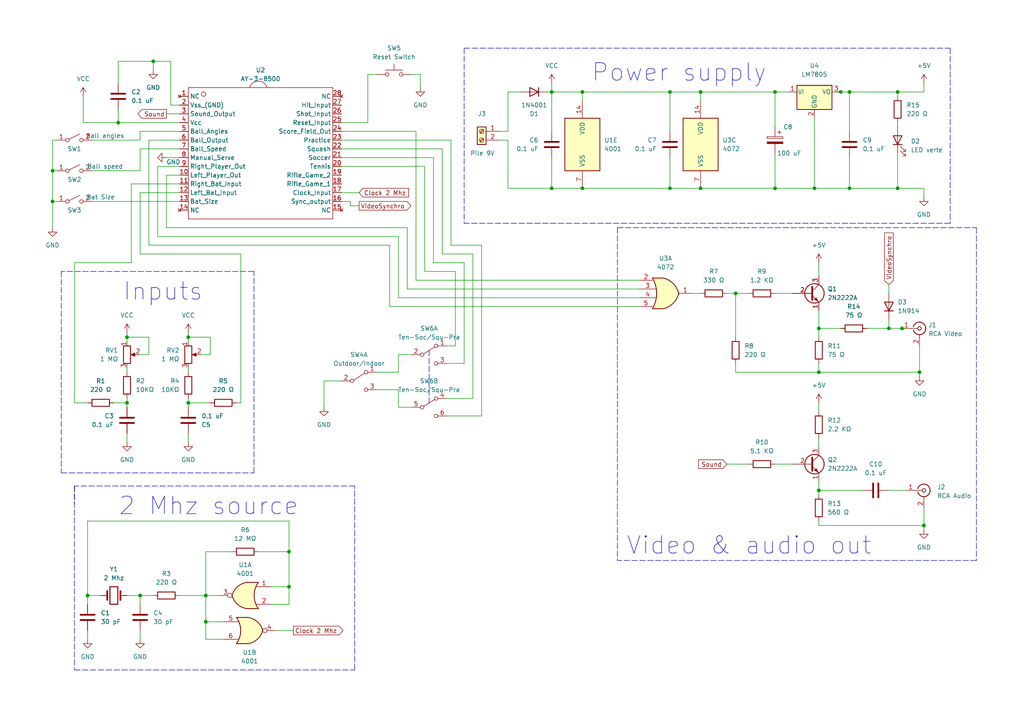
<source format=kicad_sch>
(kicad_sch (version 20211123) (generator eeschema)
  (paper "A4")
  (title_block (title "PONG") (date "2023-09-01") (rev "1"))
  (lib_symbols
    (symbol "4072_1" (pin_names (offset 1.016))
      (property "Reference" "U" (at 0 1.27 0))
      (property "Value" "4072_1" (at 0 -1.27 0))
      (symbol "4072_1_1_1"
        (pin output line (at 7.62 0 180) (length 3.81) (name "~") (number "1"))
        (pin input line (at -7.62 3.81 0) (length 3.81) (name "~") (number "2"))
        (pin input line (at -7.62 1.27 0) (length 4.826) (name "~") (number "3"))
        (pin input line (at -7.62 -1.27 0) (length 4.826) (name "~") (number "4"))
        (pin input line (at -7.62 -3.81 0) (length 3.81) (name "~") (number "5"))
      )
      (symbol "4072_1_1_2"
        (pin output inverted (at 7.62 0 180) (length 3.81) (name "~") (number "1"))
        (pin input inverted (at -7.62 3.81 0) (length 3.81) (name "~") (number "2"))
        (pin input inverted (at -7.62 1.27 0) (length 3.81) (name "~") (number "3"))
        (pin input inverted (at -7.62 -1.27 0) (length 3.81) (name "~") (number "4"))
        (pin input inverted (at -7.62 -3.81 0) (length 3.81) (name "~") (number "5"))
      )
      (symbol "4072_1_2_1"
        (pin input line (at -7.62 1.27 0) (length 4.826) (name "~") (number "10"))
        (pin input line (at -7.62 -1.27 0) (length 4.826) (name "~") (number "11"))
        (pin input line (at -7.62 -3.81 0) (length 3.81) (name "~") (number "12"))
        (pin output line (at 7.62 0 180) (length 3.81) (name "~") (number "13"))
        (pin input line (at -7.62 3.81 0) (length 3.81) (name "~") (number "9"))
      )
      (symbol "4072_1_2_2"
        (pin input inverted (at -7.62 1.27 0) (length 3.81) (name "~") (number "10"))
        (pin input inverted (at -7.62 -1.27 0) (length 3.81) (name "~") (number "11"))
        (pin input inverted (at -7.62 -3.81 0) (length 3.81) (name "~") (number "12"))
        (pin output inverted (at 7.62 0 180) (length 3.81) (name "~") (number "13"))
        (pin input inverted (at -7.62 3.81 0) (length 3.81) (name "~") (number "9"))
      )
      (symbol "4072_1_3_0"
        (pin power_in line (at 0 12.7 270) (length 5.08) (name "VDD") (number "14"))
        (pin power_in line (at 0 -12.7 90) (length 5.08) (name "VSS") (number "7"))
      )
    )
    (symbol "4xxx:4001" (pin_names (offset 1.016))
      (property "Reference" "U" (at 0 1.27 0))
      (property "Value" "4001" (at 0 -1.27 0))
      (symbol "4001_1_1"
        (pin input line (at -7.62 2.54 0) (length 4.318) (name "~") (number "1"))
        (pin input line (at -7.62 -2.54 0) (length 4.318) (name "~") (number "2"))
        (pin output inverted (at 7.62 0 180) (length 3.81) (name "~") (number "3"))
      )
      (symbol "4001_1_2"
        (pin input inverted (at -7.62 2.54 0) (length 3.81) (name "~") (number "1"))
        (pin input inverted (at -7.62 -2.54 0) (length 3.81) (name "~") (number "2"))
        (pin output line (at 7.62 0 180) (length 3.81) (name "~") (number "3"))
      )
      (symbol "4001_2_1"
        (pin output inverted (at 7.62 0 180) (length 3.81) (name "~") (number "4"))
        (pin input line (at -7.62 2.54 0) (length 4.318) (name "~") (number "5"))
        (pin input line (at -7.62 -2.54 0) (length 4.318) (name "~") (number "6"))
      )
      (symbol "4001_2_2"
        (pin output line (at 7.62 0 180) (length 3.81) (name "~") (number "4"))
        (pin input inverted (at -7.62 2.54 0) (length 3.81) (name "~") (number "5"))
        (pin input inverted (at -7.62 -2.54 0) (length 3.81) (name "~") (number "6"))
      )
      (symbol "4001_3_1"
        (pin output inverted (at 7.62 0 180) (length 3.81) (name "~") (number "10"))
        (pin input line (at -7.62 2.54 0) (length 4.318) (name "~") (number "8"))
        (pin input line (at -7.62 -2.54 0) (length 4.318) (name "~") (number "9"))
      )
      (symbol "4001_3_2"
        (pin output line (at 7.62 0 180) (length 3.81) (name "~") (number "10"))
        (pin input inverted (at -7.62 2.54 0) (length 3.81) (name "~") (number "8"))
        (pin input inverted (at -7.62 -2.54 0) (length 3.81) (name "~") (number "9"))
      )
      (symbol "4001_4_1"
        (pin output inverted (at 7.62 0 180) (length 3.81) (name "~") (number "11"))
        (pin input line (at -7.62 2.54 0) (length 4.318) (name "~") (number "12"))
        (pin input line (at -7.62 -2.54 0) (length 4.318) (name "~") (number "13"))
      )
      (symbol "4001_4_2"
        (pin output line (at 7.62 0 180) (length 3.81) (name "~") (number "11"))
        (pin input inverted (at -7.62 2.54 0) (length 3.81) (name "~") (number "12"))
        (pin input inverted (at -7.62 -2.54 0) (length 3.81) (name "~") (number "13"))
      )
      (symbol "4001_5_0"
        (pin power_in line (at 0 12.7 270) (length 5.08) (name "VDD") (number "14"))
        (pin power_in line (at 0 -12.7 90) (length 5.08) (name "VSS") (number "7"))
      )
    )
    (symbol "4xxx:4072" (pin_names (offset 1.016))
      (property "Reference" "U" (at 0 1.27 0))
      (property "Value" "4072" (at 0 -1.27 0))
      (symbol "4072_1_1"
        (pin output line (at 7.62 0 180) (length 3.81) (name "~") (number "1"))
        (pin input line (at -7.62 3.81 0) (length 3.81) (name "~") (number "2"))
        (pin input line (at -7.62 1.27 0) (length 4.826) (name "~") (number "3"))
        (pin input line (at -7.62 -1.27 0) (length 4.826) (name "~") (number "4"))
        (pin input line (at -7.62 -3.81 0) (length 3.81) (name "~") (number "5"))
      )
      (symbol "4072_1_2"
        (pin output inverted (at 7.62 0 180) (length 3.81) (name "~") (number "1"))
        (pin input inverted (at -7.62 3.81 0) (length 3.81) (name "~") (number "2"))
        (pin input inverted (at -7.62 1.27 0) (length 3.81) (name "~") (number "3"))
        (pin input inverted (at -7.62 -1.27 0) (length 3.81) (name "~") (number "4"))
        (pin input inverted (at -7.62 -3.81 0) (length 3.81) (name "~") (number "5"))
      )
      (symbol "4072_2_1"
        (pin input line (at -7.62 1.27 0) (length 4.826) (name "~") (number "10"))
        (pin input line (at -7.62 -1.27 0) (length 4.826) (name "~") (number "11"))
        (pin input line (at -7.62 -3.81 0) (length 3.81) (name "~") (number "12"))
        (pin output line (at 7.62 0 180) (length 3.81) (name "~") (number "13"))
        (pin input line (at -7.62 3.81 0) (length 3.81) (name "~") (number "9"))
      )
      (symbol "4072_2_2"
        (pin input inverted (at -7.62 1.27 0) (length 3.81) (name "~") (number "10"))
        (pin input inverted (at -7.62 -1.27 0) (length 3.81) (name "~") (number "11"))
        (pin input inverted (at -7.62 -3.81 0) (length 3.81) (name "~") (number "12"))
        (pin output inverted (at 7.62 0 180) (length 3.81) (name "~") (number "13"))
        (pin input inverted (at -7.62 3.81 0) (length 3.81) (name "~") (number "9"))
      )
      (symbol "4072_3_0"
        (pin power_in line (at 0 12.7 270) (length 5.08) (name "VDD") (number "14"))
        (pin power_in line (at 0 -12.7 90) (length 5.08) (name "VSS") (number "7"))
      )
    )
    (symbol "Connector:Conn_Coaxial" (pin_names (offset 1.016) hide)
      (property "Reference" "J" (at 0.254 3.048 0))
      (property "Value" "Conn_Coaxial" (at 2.921 0 90))
      (symbol "Conn_Coaxial_1_1"
        (pin passive line (at -5.08 0 0) (length 2.54) (name "In") (number "1"))
        (pin passive line (at 0 -5.08 90) (length 2.54) (name "Ext") (number "2"))
      )
    )
    (symbol "Connector:Screw_Terminal_01x02" (pin_names (offset 1.016) hide)
      (property "Reference" "J" (at 0 2.54 0))
      (property "Value" "Screw_Terminal_01x02" (at 0 -5.08 0))
      (symbol "Screw_Terminal_01x02_1_1"
        (pin passive line (at -5.08 0 0) (length 3.81) (name "Pin_1") (number "1"))
        (pin passive line (at -5.08 -2.54 0) (length 3.81) (name "Pin_2") (number "2"))
      )
    )
    (symbol "Device:C" (pin_numbers hide) (pin_names (offset 0.254))
      (property "Reference" "C" (at 0.635 2.54 0))
      (property "Value" "C" (at 0.635 -2.54 0))
      (symbol "C_1_1"
        (pin passive line (at 0 3.81 270) (length 2.794) (name "~") (number "1"))
        (pin passive line (at 0 -3.81 90) (length 2.794) (name "~") (number "2"))
      )
    )
    (symbol "Device:C_Polarized" (pin_numbers hide) (pin_names (offset 0.254))
      (property "Reference" "C" (at 0.635 2.54 0))
      (property "Value" "C_Polarized" (at 0.635 -2.54 0))
      (symbol "C_Polarized_1_1"
        (pin passive line (at 0 3.81 270) (length 2.794) (name "~") (number "1"))
        (pin passive line (at 0 -3.81 90) (length 2.794) (name "~") (number "2"))
      )
    )
    (symbol "Device:Crystal" (pin_numbers hide) (pin_names (offset 1.016) hide)
      (property "Reference" "Y" (at 0 3.81 0))
      (property "Value" "Crystal" (at 0 -3.81 0))
      (symbol "Crystal_1_1"
        (pin passive line (at -3.81 0 0) (length 1.27) (name "1") (number "1"))
        (pin passive line (at 3.81 0 180) (length 1.27) (name "2") (number "2"))
      )
    )
    (symbol "Device:LED" (pin_numbers hide) (pin_names (offset 1.016) hide)
      (property "Reference" "D" (at 0 2.54 0))
      (property "Value" "LED" (at 0 -2.54 0))
      (symbol "LED_1_1"
        (pin passive line (at -3.81 0 0) (length 2.54) (name "K") (number "1"))
        (pin passive line (at 3.81 0 180) (length 2.54) (name "A") (number "2"))
      )
    )
    (symbol "Device:R" (pin_numbers hide) (pin_names (offset 0))
      (property "Reference" "R" (at 2.032 0 90))
      (property "Value" "R" (at 0 0 90))
      (symbol "R_1_1"
        (pin passive line (at 0 3.81 270) (length 1.27) (name "~") (number "1"))
        (pin passive line (at 0 -3.81 90) (length 1.27) (name "~") (number "2"))
      )
    )
    (symbol "Device:R_Potentiometer" (pin_names (offset 1.016) hide)
      (property "Reference" "RV" (at -4.445 0 90))
      (property "Value" "R_Potentiometer" (at -2.54 0 90))
      (symbol "R_Potentiometer_1_1"
        (pin passive line (at 0 3.81 270) (length 1.27) (name "1") (number "1"))
        (pin passive line (at 3.81 0 180) (length 1.27) (name "2") (number "2"))
        (pin passive line (at 0 -3.81 90) (length 1.27) (name "3") (number "3"))
      )
    )
    (symbol "Diode:1N4001" (pin_numbers hide) (pin_names (offset 1.016) hide)
      (property "Reference" "D" (at 0 2.54 0))
      (property "Value" "1N4001" (at 0 -2.54 0))
      (symbol "1N4001_1_1"
        (pin passive line (at -3.81 0 0) (length 2.54) (name "K") (number "1"))
        (pin passive line (at 3.81 0 180) (length 2.54) (name "A") (number "2"))
      )
    )
    (symbol "Diode:1N914" (pin_numbers hide) (pin_names (offset 1.016) hide)
      (property "Reference" "D" (at 0 2.54 0))
      (property "Value" "1N914" (at 0 -2.54 0))
      (symbol "1N914_1_1"
        (pin passive line (at -3.81 0 0) (length 2.54) (name "K") (number "1"))
        (pin passive line (at 3.81 0 180) (length 2.54) (name "A") (number "2"))
      )
    )
    (symbol "Pong:AY-3-8500"
      (property "Reference" "U" (at 0 0 0))
      (property "Value" "AY-3-8500" (at 2.54 -2.54 0))
      (symbol "AY-3-8500_1_1"
        (pin no_connect line (at -22.86 13.97 0) (length 2.54) (name "NC") (number "1"))
        (pin output line (at -22.86 -8.89 0) (length 2.54) (name "Left_Player_Out") (number "10"))
        (pin input line (at -22.86 -11.43 0) (length 2.54) (name "Right_Bat_Input") (number "11"))
        (pin input line (at -22.86 -13.97 0) (length 2.54) (name "Left_Bat_Input") (number "12"))
        (pin input line (at -22.86 -16.51 0) (length 2.54) (name "Bat_Size") (number "13"))
        (pin no_connect line (at -22.86 -19.05 0) (length 2.54) (name "NC") (number "14"))
        (pin no_connect line (at 24.13 -19.05 180) (length 2.54) (name "NC") (number "15"))
        (pin output line (at 24.13 -16.51 180) (length 2.54) (name "Sync_output") (number "16"))
        (pin input line (at 24.13 -13.97 180) (length 2.54) (name "Clock_Input") (number "17"))
        (pin input line (at 24.13 -11.43 180) (length 2.54) (name "Rifle_Game_1") (number "18"))
        (pin input line (at 24.13 -8.89 180) (length 2.54) (name "Rifle_Game_2") (number "19"))
        (pin power_out line (at -22.86 11.43 0) (length 2.54) (name "Vss_(GND)") (number "2"))
        (pin input line (at 24.13 -6.35 180) (length 2.54) (name "Tennis") (number "20"))
        (pin input line (at 24.13 -3.81 180) (length 2.54) (name "Soccer") (number "21"))
        (pin input line (at 24.13 -1.27 180) (length 2.54) (name "Squash") (number "22"))
        (pin input line (at 24.13 1.27 180) (length 2.54) (name "Practice") (number "23"))
        (pin output line (at 24.13 3.81 180) (length 2.54) (name "Score_Field_Out") (number "24"))
        (pin input line (at 24.13 6.35 180) (length 2.54) (name "Reset_Input") (number "25"))
        (pin input line (at 24.13 8.89 180) (length 2.54) (name "Shot_Input") (number "26"))
        (pin input line (at 24.13 11.43 180) (length 2.54) (name "Hit_Input") (number "27"))
        (pin no_connect line (at 24.13 13.97 180) (length 2.54) (name "NC") (number "28"))
        (pin output line (at -22.86 8.89 0) (length 2.54) (name "Sound_Output") (number "3"))
        (pin power_in line (at -22.86 6.35 0) (length 2.54) (name "Vcc") (number "4"))
        (pin input line (at -22.86 3.81 0) (length 2.54) (name "Ball_Angles") (number "5"))
        (pin output line (at -22.86 1.27 0) (length 2.54) (name "Ball_Output") (number "6"))
        (pin input line (at -22.86 -1.27 0) (length 2.54) (name "Ball_Speed") (number "7"))
        (pin input line (at -22.86 -3.81 0) (length 2.54) (name "Manual_Serve") (number "8"))
        (pin output line (at -22.86 -6.35 0) (length 2.54) (name "Right_Player_Out") (number "9"))
      )
    )
    (symbol "Regulator_Linear:LM7805_TO220" (pin_names (offset 0.254))
      (property "Reference" "U" (at -3.81 3.175 0))
      (property "Value" "LM7805_TO220" (at 0 3.175 0))
      (symbol "LM7805_TO220_1_1"
        (pin power_in line (at -7.62 0 0) (length 2.54) (name "VI") (number "1"))
        (pin power_in line (at 0 -7.62 90) (length 2.54) (name "GND") (number "2"))
        (pin power_out line (at 7.62 0 180) (length 2.54) (name "VO") (number "3"))
      )
    )
    (symbol "Switch:SW_DPDT_x2" (pin_names (offset 0) hide)
      (property "Reference" "SW" (at 0 4.318 0))
      (property "Value" "SW_DPDT_x2" (at 0 -5.08 0))
      (symbol "SW_DPDT_x2_1_1"
        (pin passive line (at 5.08 2.54 180) (length 2.54) (name "A") (number "1"))
        (pin passive line (at -5.08 0 0) (length 2.54) (name "B") (number "2"))
        (pin passive line (at 5.08 -2.54 180) (length 2.54) (name "C") (number "3"))
      )
      (symbol "SW_DPDT_x2_2_1"
        (pin passive line (at 5.08 2.54 180) (length 2.54) (name "A") (number "4"))
        (pin passive line (at -5.08 0 0) (length 2.54) (name "B") (number "5"))
        (pin passive line (at 5.08 -2.54 180) (length 2.54) (name "C") (number "6"))
      )
    )
    (symbol "Switch:SW_Push" (pin_numbers hide) (pin_names (offset 1.016) hide)
      (property "Reference" "SW" (at 1.27 2.54 0))
      (property "Value" "SW_Push" (at 0 -1.524 0))
      (symbol "SW_Push_0_1"
        (pin passive line (at -5.08 0 0) (length 2.54) (name "1") (number "1"))
        (pin passive line (at 5.08 0 180) (length 2.54) (name "2") (number "2"))
      )
    )
    (symbol "Switch:SW_SPST" (pin_names (offset 0) hide)
      (property "Reference" "SW" (at 0 3.175 0))
      (property "Value" "SW_SPST" (at 0 -2.54 0))
      (symbol "SW_SPST_1_1"
        (pin passive line (at -5.08 0 0) (length 2.54) (name "A") (number "1"))
        (pin passive line (at 5.08 0 180) (length 2.54) (name "B") (number "2"))
      )
    )
    (symbol "Transistor_BJT:2N3904" (pin_names (offset 0) hide)
      (property "Reference" "Q" (at 5.08 1.905 0))
      (property "Value" "2N3904" (at 5.08 0 0))
      (symbol "2N3904_1_1"
        (pin passive line (at 2.54 -5.08 90) (length 2.54) (name "E") (number "1"))
        (pin passive line (at -5.08 0 0) (length 5.715) (name "B") (number "2"))
        (pin passive line (at 2.54 5.08 270) (length 2.54) (name "C") (number "3"))
      )
    )
    (symbol "power:+5V" (power) (pin_names (offset 0))
      (property "Value" "+5V" (at 0 3.556 0))
      (symbol "+5V_1_1"
        (pin power_in line (at 0 0 90) (length 0) hide (name "+5V") (number "1"))
      )
    )
    (symbol "power:GND" (power) (pin_names (offset 0))
      (property "Value" "GND" (at 0 -3.81 0))
      (symbol "GND_1_1"
        (pin power_in line (at 0 0 270) (length 0) hide (name "GND") (number "1"))
      )
    )
    (symbol "power:VCC" (power) (pin_names (offset 0))
      (property "Value" "VCC" (at 0 3.81 0))
      (symbol "VCC_1_1"
        (pin power_in line (at 0 0 90) (length 0) hide (name "VCC") (number "1"))
      )
    )
  )
  (junction (at 44.45 17.78))
  (junction (at 194.31 54.61))
  (junction (at 246.38 54.61))
  (junction (at 160.02 26.67))
  (junction (at 15.24 58.42))
  (junction (at 25.4 172.72))
  (junction (at 267.97 152.4))
  (junction (at 83.82 160.02))
  (junction (at 224.79 54.61))
  (junction (at 34.29 35.56))
  (junction (at 237.49 107.95))
  (junction (at 260.35 26.67))
  (junction (at 59.69 180.34))
  (junction (at 243.84 26.67))
  (junction (at 266.7 107.95))
  (junction (at 224.79 26.67))
  (junction (at 54.61 116.84))
  (junction (at 257.81 95.25))
  (junction (at 160.02 54.61))
  (junction (at 260.35 54.61))
  (junction (at 168.91 54.61))
  (junction (at 203.2 54.61))
  (junction (at 213.36 85.09))
  (junction (at 54.61 97.79))
  (junction (at 261.62 95.25))
  (junction (at 40.64 172.72))
  (junction (at 236.22 54.61))
  (junction (at 168.91 26.67))
  (junction (at 15.24 49.53))
  (junction (at 59.69 172.72))
  (junction (at 83.82 170.18))
  (junction (at 194.31 26.67))
  (junction (at 246.38 26.67))
  (junction (at 36.83 116.84))
  (junction (at 237.49 95.25))
  (junction (at 203.2 26.67))
  (junction (at 237.49 142.24))
  (junction (at 36.83 97.79))
  (wire (pts (xy 59.69 185.42) (xy 64.77 185.42)))
  (wire (pts (xy 40.64 175.26) (xy 40.64 172.72)))
  (wire (pts (xy 59.69 160.02) (xy 59.69 172.72)))
  (wire (pts (xy 236.22 34.29) (xy 236.22 54.61)))
  (wire (pts (xy 40.64 182.88) (xy 40.64 185.42)))
  (wire (pts (xy 59.69 180.34) (xy 64.77 180.34)))
  (wire (pts (xy 224.79 85.09) (xy 229.87 85.09)))
  (wire (pts (xy 185.42 81.28) (xy 120.65 81.28)))
  (polyline (pts (xy 179.07 66.04) (xy 179.07 162.56)))
  (wire (pts (xy 54.61 116.84) (xy 60.96 116.84)))
  (polyline (pts (xy 17.78 137.16) (xy 73.66 137.16)))
  (wire (pts (xy 123.19 48.26) (xy 99.06 48.26)))
  (wire (pts (xy 106.68 21.59) (xy 106.68 35.56)))
  (wire (pts (xy 246.38 26.67) (xy 260.35 26.67)))
  (wire (pts (xy 237.49 142.24) (xy 237.49 143.51)))
  (wire (pts (xy 59.69 172.72) (xy 59.69 180.34)))
  (wire (pts (xy 44.45 17.78) (xy 49.53 17.78)))
  (polyline (pts (xy 134.62 13.97) (xy 134.62 64.77)))
  (polyline (pts (xy 21.59 140.97) (xy 21.59 194.31)))
  (wire (pts (xy 243.84 95.25) (xy 237.49 95.25)))
  (wire (pts (xy 115.57 118.11) (xy 119.38 118.11)))
  (wire (pts (xy 185.42 83.82) (xy 118.11 83.82)))
  (wire (pts (xy 78.74 170.18) (xy 83.82 170.18)))
  (wire (pts (xy 237.49 76.2) (xy 237.49 80.01)))
  (wire (pts (xy 93.98 110.49) (xy 93.98 118.11)))
  (wire (pts (xy 48.26 45.72) (xy 52.07 45.72)))
  (polyline (pts (xy 21.59 140.97) (xy 21.59 146.05)))
  (wire (pts (xy 115.57 68.58) (xy 115.57 86.36)))
  (wire (pts (xy 168.91 26.67) (xy 194.31 26.67)))
  (polyline (pts (xy 283.21 162.56) (xy 179.07 162.56)))
  (wire (pts (xy 74.93 160.02) (xy 83.82 160.02)))
  (wire (pts (xy 40.64 172.72) (xy 36.83 172.72)))
  (wire (pts (xy 36.83 96.52) (xy 36.83 97.79)))
  (polyline (pts (xy 179.07 66.04) (xy 283.21 66.04)))
  (wire (pts (xy 213.36 105.41) (xy 213.36 107.95)))
  (wire (pts (xy 40.64 73.66) (xy 69.85 73.66)))
  (wire (pts (xy 168.91 54.61) (xy 194.31 54.61)))
  (wire (pts (xy 54.61 97.79) (xy 54.61 99.06)))
  (wire (pts (xy 121.92 21.59) (xy 119.38 21.59)))
  (wire (pts (xy 52.07 43.18) (xy 40.64 43.18)))
  (wire (pts (xy 52.07 48.26) (xy 45.72 48.26)))
  (wire (pts (xy 160.02 24.13) (xy 160.02 26.67)))
  (wire (pts (xy 115.57 107.95) (xy 109.22 107.95)))
  (wire (pts (xy 224.79 26.67) (xy 224.79 36.83)))
  (wire (pts (xy 99.06 110.49) (xy 93.98 110.49)))
  (wire (pts (xy 160.02 45.72) (xy 160.02 54.61)))
  (wire (pts (xy 43.18 40.64) (xy 52.07 40.64)))
  (wire (pts (xy 266.7 100.33) (xy 266.7 107.95)))
  (wire (pts (xy 121.92 25.4) (xy 121.92 21.59)))
  (wire (pts (xy 128.27 43.18) (xy 99.06 43.18)))
  (wire (pts (xy 83.82 160.02) (xy 83.82 151.13)))
  (polyline (pts (xy 275.59 64.77) (xy 134.62 64.77)))
  (wire (pts (xy 40.64 102.87) (xy 43.18 102.87)))
  (wire (pts (xy 200.66 85.09) (xy 203.2 85.09)))
  (wire (pts (xy 237.49 116.84) (xy 237.49 119.38)))
  (wire (pts (xy 203.2 26.67) (xy 224.79 26.67)))
  (polyline (pts (xy 102.87 140.97) (xy 21.59 140.97)))
  (wire (pts (xy 120.65 38.1) (xy 99.06 38.1)))
  (wire (pts (xy 260.35 44.45) (xy 260.35 54.61)))
  (wire (pts (xy 52.07 38.1) (xy 40.64 38.1)))
  (wire (pts (xy 266.7 109.22) (xy 266.7 107.95)))
  (wire (pts (xy 83.82 170.18) (xy 83.82 160.02)))
  (wire (pts (xy 40.64 172.72) (xy 44.45 172.72)))
  (wire (pts (xy 123.19 78.74) (xy 123.19 48.26)))
  (wire (pts (xy 36.83 125.73) (xy 36.83 128.27)))
  (wire (pts (xy 224.79 26.67) (xy 228.6 26.67)))
  (wire (pts (xy 194.31 54.61) (xy 203.2 54.61)))
  (wire (pts (xy 54.61 96.52) (xy 54.61 97.79)))
  (wire (pts (xy 54.61 116.84) (xy 54.61 118.11)))
  (wire (pts (xy 59.69 180.34) (xy 59.69 185.42)))
  (wire (pts (xy 115.57 86.36) (xy 185.42 86.36)))
  (wire (pts (xy 36.83 115.57) (xy 36.83 116.84)))
  (wire (pts (xy 160.02 26.67) (xy 168.91 26.67)))
  (wire (pts (xy 36.83 116.84) (xy 36.83 118.11)))
  (wire (pts (xy 236.22 54.61) (xy 246.38 54.61)))
  (polyline (pts (xy 73.66 78.74) (xy 17.78 78.74)))
  (wire (pts (xy 33.02 116.84) (xy 36.83 116.84)))
  (wire (pts (xy 69.85 73.66) (xy 69.85 116.84)))
  (wire (pts (xy 246.38 45.72) (xy 246.38 54.61)))
  (wire (pts (xy 99.06 35.56) (xy 106.68 35.56)))
  (wire (pts (xy 237.49 95.25) (xy 237.49 97.79)))
  (wire (pts (xy 101.6 59.69) (xy 104.14 59.69)))
  (wire (pts (xy 119.38 102.87) (xy 115.57 102.87)))
  (polyline (pts (xy 275.59 13.97) (xy 275.59 64.77)))
  (wire (pts (xy 113.03 88.9) (xy 113.03 71.12)))
  (wire (pts (xy 109.22 21.59) (xy 106.68 21.59)))
  (wire (pts (xy 137.16 115.57) (xy 137.16 73.66)))
  (wire (pts (xy 160.02 26.67) (xy 160.02 38.1)))
  (wire (pts (xy 129.54 115.57) (xy 137.16 115.57)))
  (wire (pts (xy 99.06 40.64) (xy 130.81 40.64)))
  (wire (pts (xy 243.84 26.67) (xy 246.38 26.67)))
  (wire (pts (xy 137.16 73.66) (xy 128.27 73.66)))
  (wire (pts (xy 246.38 54.61) (xy 260.35 54.61)))
  (wire (pts (xy 34.29 31.75) (xy 34.29 35.56)))
  (wire (pts (xy 34.29 17.78) (xy 44.45 17.78)))
  (wire (pts (xy 267.97 153.67) (xy 267.97 152.4)))
  (wire (pts (xy 34.29 24.13) (xy 34.29 17.78)))
  (wire (pts (xy 43.18 102.87) (xy 43.18 97.79)))
  (wire (pts (xy 125.73 45.72) (xy 125.73 76.2)))
  (polyline (pts (xy 124.46 101.6) (xy 124.46 116.84)))
  (wire (pts (xy 29.21 172.72) (xy 25.4 172.72)))
  (wire (pts (xy 260.35 35.56) (xy 260.35 36.83)))
  (wire (pts (xy 115.57 102.87) (xy 115.57 107.95)))
  (wire (pts (xy 15.24 40.64) (xy 15.24 49.53)))
  (wire (pts (xy 59.69 172.72) (xy 63.5 172.72)))
  (wire (pts (xy 83.82 151.13) (xy 25.4 151.13)))
  (wire (pts (xy 134.62 76.2) (xy 134.62 105.41)))
  (wire (pts (xy 147.32 40.64) (xy 147.32 54.61)))
  (wire (pts (xy 52.07 35.56) (xy 34.29 35.56)))
  (wire (pts (xy 25.4 172.72) (xy 25.4 175.26)))
  (wire (pts (xy 160.02 54.61) (xy 168.91 54.61)))
  (wire (pts (xy 15.24 49.53) (xy 16.51 49.53)))
  (wire (pts (xy 99.06 45.72) (xy 125.73 45.72)))
  (wire (pts (xy 130.81 71.12) (xy 139.7 71.12)))
  (wire (pts (xy 21.59 76.2) (xy 21.59 116.84)))
  (wire (pts (xy 213.36 85.09) (xy 213.36 97.79)))
  (wire (pts (xy 267.97 147.32) (xy 267.97 152.4)))
  (wire (pts (xy 15.24 58.42) (xy 15.24 66.04)))
  (wire (pts (xy 250.19 142.24) (xy 237.49 142.24)))
  (wire (pts (xy 237.49 95.25) (xy 237.49 90.17)))
  (wire (pts (xy 144.78 38.1) (xy 147.32 38.1)))
  (wire (pts (xy 99.06 55.88) (xy 104.14 55.88)))
  (wire (pts (xy 237.49 152.4) (xy 237.49 151.13)))
  (wire (pts (xy 52.07 53.34) (xy 38.1 53.34)))
  (wire (pts (xy 40.64 40.64) (xy 26.67 40.64)))
  (polyline (pts (xy 17.78 78.74) (xy 17.78 137.16)))
  (polyline (pts (xy 134.62 13.97) (xy 275.59 13.97)))
  (wire (pts (xy 260.35 54.61) (xy 267.97 54.61)))
  (wire (pts (xy 67.31 160.02) (xy 59.69 160.02)))
  (wire (pts (xy 83.82 175.26) (xy 83.82 170.18)))
  (wire (pts (xy 261.62 95.25) (xy 262.89 95.25)))
  (wire (pts (xy 34.29 35.56) (xy 24.13 35.56)))
  (polyline (pts (xy 21.59 194.31) (xy 102.87 194.31)))
  (wire (pts (xy 194.31 26.67) (xy 194.31 38.1)))
  (wire (pts (xy 60.96 102.87) (xy 60.96 97.79)))
  (polyline (pts (xy 283.21 66.04) (xy 283.21 162.56)))
  (wire (pts (xy 80.01 182.88) (xy 85.09 182.88)))
  (wire (pts (xy 45.72 68.58) (xy 115.57 68.58)))
  (wire (pts (xy 185.42 88.9) (xy 113.03 88.9)))
  (wire (pts (xy 267.97 152.4) (xy 237.49 152.4)))
  (wire (pts (xy 54.61 97.79) (xy 60.96 97.79)))
  (wire (pts (xy 224.79 54.61) (xy 236.22 54.61)))
  (wire (pts (xy 54.61 106.68) (xy 54.61 107.95)))
  (wire (pts (xy 48.26 50.8) (xy 52.07 50.8)))
  (wire (pts (xy 40.64 49.53) (xy 26.67 49.53)))
  (wire (pts (xy 210.82 85.09) (xy 213.36 85.09)))
  (wire (pts (xy 267.97 54.61) (xy 267.97 57.15)))
  (wire (pts (xy 139.7 71.12) (xy 139.7 120.65)))
  (wire (pts (xy 257.81 142.24) (xy 262.89 142.24)))
  (wire (pts (xy 257.81 82.55) (xy 257.81 85.09)))
  (wire (pts (xy 52.07 55.88) (xy 40.64 55.88)))
  (wire (pts (xy 36.83 97.79) (xy 43.18 97.79)))
  (wire (pts (xy 260.35 26.67) (xy 267.97 26.67)))
  (wire (pts (xy 48.26 33.02) (xy 52.07 33.02)))
  (wire (pts (xy 115.57 113.03) (xy 115.57 118.11)))
  (wire (pts (xy 24.13 27.94) (xy 24.13 35.56)))
  (wire (pts (xy 25.4 116.84) (xy 21.59 116.84)))
  (wire (pts (xy 139.7 120.65) (xy 129.54 120.65)))
  (wire (pts (xy 49.53 30.48) (xy 52.07 30.48)))
  (wire (pts (xy 266.7 107.95) (xy 237.49 107.95)))
  (wire (pts (xy 251.46 95.25) (xy 257.81 95.25)))
  (wire (pts (xy 224.79 134.62) (xy 229.87 134.62)))
  (wire (pts (xy 36.83 106.68) (xy 36.83 107.95)))
  (wire (pts (xy 213.36 107.95) (xy 237.49 107.95)))
  (wire (pts (xy 48.26 66.04) (xy 48.26 50.8)))
  (wire (pts (xy 52.07 172.72) (xy 59.69 172.72)))
  (wire (pts (xy 54.61 115.57) (xy 54.61 116.84)))
  (wire (pts (xy 246.38 26.67) (xy 246.38 38.1)))
  (wire (pts (xy 36.83 97.79) (xy 36.83 99.06)))
  (wire (pts (xy 16.51 40.64) (xy 15.24 40.64)))
  (wire (pts (xy 128.27 73.66) (xy 128.27 43.18)))
  (wire (pts (xy 168.91 26.67) (xy 168.91 29.21)))
  (wire (pts (xy 99.06 58.42) (xy 101.6 58.42)))
  (wire (pts (xy 101.6 58.42) (xy 101.6 59.69)))
  (wire (pts (xy 194.31 45.72) (xy 194.31 54.61)))
  (wire (pts (xy 144.78 40.64) (xy 147.32 40.64)))
  (wire (pts (xy 40.64 55.88) (xy 40.64 73.66)))
  (wire (pts (xy 203.2 54.61) (xy 224.79 54.61)))
  (wire (pts (xy 134.62 105.41) (xy 129.54 105.41)))
  (wire (pts (xy 54.61 125.73) (xy 54.61 128.27)))
  (wire (pts (xy 68.58 116.84) (xy 69.85 116.84)))
  (wire (pts (xy 15.24 58.42) (xy 16.51 58.42)))
  (wire (pts (xy 267.97 26.67) (xy 267.97 24.13)))
  (wire (pts (xy 260.35 26.67) (xy 260.35 27.94)))
  (wire (pts (xy 40.64 43.18) (xy 40.64 49.53)))
  (wire (pts (xy 118.11 66.04) (xy 48.26 66.04)))
  (wire (pts (xy 147.32 38.1) (xy 147.32 26.67)))
  (wire (pts (xy 237.49 107.95) (xy 237.49 105.41)))
  (wire (pts (xy 38.1 76.2) (xy 21.59 76.2)))
  (wire (pts (xy 224.79 44.45) (xy 224.79 54.61)))
  (wire (pts (xy 125.73 76.2) (xy 134.62 76.2)))
  (wire (pts (xy 213.36 85.09) (xy 217.17 85.09)))
  (wire (pts (xy 132.08 100.33) (xy 132.08 78.74)))
  (wire (pts (xy 210.82 134.62) (xy 217.17 134.62)))
  (wire (pts (xy 147.32 26.67) (xy 151.13 26.67)))
  (wire (pts (xy 109.22 113.03) (xy 115.57 113.03)))
  (wire (pts (xy 44.45 17.78) (xy 44.45 20.32)))
  (wire (pts (xy 237.49 139.7) (xy 237.49 142.24)))
  (wire (pts (xy 242.57 26.67) (xy 243.84 26.67)))
  (wire (pts (xy 45.72 48.26) (xy 45.72 68.58)))
  (wire (pts (xy 203.2 26.67) (xy 203.2 29.21)))
  (wire (pts (xy 52.07 58.42) (xy 26.67 58.42)))
  (wire (pts (xy 43.18 71.12) (xy 43.18 40.64)))
  (wire (pts (xy 78.74 175.26) (xy 83.82 175.26)))
  (wire (pts (xy 120.65 38.1) (xy 120.65 81.28)))
  (wire (pts (xy 25.4 151.13) (xy 25.4 172.72)))
  (wire (pts (xy 194.31 26.67) (xy 203.2 26.67)))
  (wire (pts (xy 130.81 40.64) (xy 130.81 71.12)))
  (wire (pts (xy 40.64 38.1) (xy 40.64 40.64)))
  (wire (pts (xy 113.03 71.12) (xy 43.18 71.12)))
  (wire (pts (xy 25.4 182.88) (xy 25.4 185.42)))
  (wire (pts (xy 237.49 127) (xy 237.49 129.54)))
  (wire (pts (xy 147.32 54.61) (xy 160.02 54.61)))
  (wire (pts (xy 58.42 102.87) (xy 60.96 102.87)))
  (wire (pts (xy 132.08 78.74) (xy 123.19 78.74)))
  (polyline (pts (xy 73.66 137.16) (xy 73.66 78.74)))
  (wire (pts (xy 129.54 100.33) (xy 132.08 100.33)))
  (wire (pts (xy 49.53 17.78) (xy 49.53 30.48)))
  (wire (pts (xy 118.11 83.82) (xy 118.11 66.04)))
  (wire (pts (xy 257.81 92.71) (xy 257.81 95.25)))
  (wire (pts (xy 15.24 49.53) (xy 15.24 58.42)))
  (wire (pts (xy 38.1 53.34) (xy 38.1 76.2)))
  (wire (pts (xy 158.75 26.67) (xy 160.02 26.67)))
  (wire (pts (xy 257.81 95.25) (xy 261.62 95.25)))
  (polyline (pts (xy 102.87 194.31) (xy 102.87 140.97)))
  (text "Video & audio out" (at 181.61 161.29 0) (effects (font (size 5.08 5.08)) (justify left bottom)))
  (text "Power supply" (at 171.45 24.13 0) (effects (font (size 5.08 5.08)) (justify left bottom)))
  (text "Inputs" (at 35.56 87.63 0) (effects (font (size 5.08 5.08)) (justify left bottom)))
  (text "2 Mhz source" (at 34.29 149.86 0) (effects (font (size 5.08 5.08)) (justify left bottom)))
  (global_label "Clock 2 Mhz" (shape input) (at 104.14 55.88 0) (property "Références Inter-Feuilles" "${INTERSHEET_REFS}" (effects hide)))
  (global_label "Sound" (shape input) (at 210.82 134.62 180) (property "Références Inter-Feuilles" "${INTERSHEET_REFS}" (effects hide)))
  (global_label "Clock 2 Mhz" (shape output) (at 85.09 182.88 0) (property "Références Inter-Feuilles" "${INTERSHEET_REFS}" (effects hide)))
  (global_label "Sound" (shape output) (at 48.26 33.02 180) (property "Références Inter-Feuilles" "${INTERSHEET_REFS}" (effects hide)))
  (global_label "VideoSynchro" (shape output) (at 104.14 59.69 0) (property "Références Inter-Feuilles" "${INTERSHEET_REFS}" (effects hide)))
  (global_label "VideoSynchro" (shape input) (at 257.81 82.55 90) (property "Références Inter-Feuilles" "${INTERSHEET_REFS}" (effects hide)))
  (symbol (lib_id "Device:R_Potentiometer") (at 36.83 102.87 0) (unit 1)
    (property "Reference" "RV1" (at 34.29 101.5999 0) (effects (justify right)))
    (property "Value" "1 MΩ" (at 34.29 104.1399 0) (effects (justify right)))
    (property "Footprint" "TerminalBlock_Phoenix:TerminalBlock_Phoenix_MKDS-1,5-3-5.08_1x03_P5.08mm_Horizontal" (effects hide))
  )
  (symbol (lib_id "power:GND") (at 266.7 109.22 0) (unit 1)
    (property "Reference" "#PWR020" (effects hide))
    (property "Value" "GND" (at 266.7 114.3 0))
  )
  (symbol (lib_id "Device:R") (at 237.49 123.19 0) (unit 1)
    (property "Reference" "R12" (at 240.03 121.9199 0) (effects (justify left)))
    (property "Value" "2.2 KΩ" (at 240.03 124.4599 0) (effects (justify left)))
    (property "Footprint" "Resistor_THT:R_Axial_DIN0207_L6.3mm_D2.5mm_P7.62mm_Horizontal" (effects hide))
  )
  (symbol (lib_id "power:GND") (at 93.98 118.11 0) (unit 1)
    (property "Reference" "#PWR011" (effects hide))
    (property "Value" "GND" (at 93.98 123.19 0))
  )
  (symbol (lib_id "4xxx:4001") (at 72.39 182.88 0) (unit 2)
    (property "Reference" "U1" (at 72.39 189.23 0))
    (property "Value" "4001" (at 72.39 191.77 0))
    (property "Footprint" "Package_DIP:DIP-14_W7.62mm_Socket_LongPads" (effects hide))
    (property "Datasheet" "http://www.intersil.com/content/dam/Intersil/documents/cd40/cd4000bms-01bms-02bms-25bms.pdf" (effects hide))
  )
  (symbol (lib_id "Diode:1N4001") (at 154.94 26.67 180) (unit 1)
    (property "Reference" "D1" (at 154.94 33.02 0))
    (property "Value" "1N4001" (at 154.94 30.48 0))
    (property "Footprint" "Diode_THT:D_DO-41_SOD81_P7.62mm_Horizontal" (effects hide))
    (property "Datasheet" "http://www.vishay.com/docs/88503/1n4001.pdf" (effects hide))
  )
  (symbol (lib_id "Device:R") (at 260.35 31.75 0) (unit 1)
    (property "Reference" "R15" (at 262.89 30.4799 0) (effects (justify left)))
    (property "Value" "220 Ω" (at 262.89 33.0199 0) (effects (justify left)))
    (property "Footprint" "Resistor_THT:R_Axial_DIN0207_L6.3mm_D2.5mm_P7.62mm_Horizontal" (effects hide))
  )
  (symbol (lib_id "Device:R") (at 220.98 134.62 270) (unit 1)
    (property "Reference" "R10" (at 220.98 128.27 90))
    (property "Value" "5.1 KΩ" (at 220.98 130.81 90))
    (property "Footprint" "Resistor_THT:R_Axial_DIN0207_L6.3mm_D2.5mm_P7.62mm_Horizontal" (effects hide))
  )
  (symbol (lib_id "Device:C") (at 40.64 179.07 0) (unit 1)
    (property "Reference" "C4" (at 44.45 177.7999 0) (effects (justify left)))
    (property "Value" "30 pF" (at 44.45 180.3399 0) (effects (justify left)))
    (property "Footprint" "Capacitor_THT:C_Disc_D3.4mm_W2.1mm_P2.50mm" (effects hide))
  )
  (symbol (lib_name "4072_1") (lib_id "4xxx:4072") (at 193.04 85.09 0) (unit 1)
    (property "Reference" "U3" (at 193.04 74.93 0))
    (property "Value" "4072" (at 193.04 77.47 0))
    (property "Footprint" "Package_DIP:DIP-14_W7.62mm_Socket_LongPads" (effects hide))
    (property "Datasheet" "http://www.intersil.com/content/dam/Intersil/documents/cd40/cd4071bms-72bms-75bms.pdf" (effects hide))
  )
  (symbol (lib_id "power:+5V") (at 237.49 76.2 0) (unit 1)
    (property "Reference" "#PWR016" (effects hide))
    (property "Value" "+5V" (at 237.49 71.12 0))
  )
  (symbol (lib_id "Device:C") (at 25.4 179.07 0) (unit 1)
    (property "Reference" "C1" (at 29.21 177.7999 0) (effects (justify left)))
    (property "Value" "30 pF" (at 29.21 180.3399 0) (effects (justify left)))
    (property "Footprint" "Capacitor_THT:C_Disc_D3.4mm_W2.1mm_P2.50mm" (effects hide))
  )
  (symbol (lib_id "Device:C_Polarized") (at 224.79 40.64 0) (mirror y) (unit 1)
    (property "Reference" "C8" (at 229.87 36.83 0) (effects (justify left)))
    (property "Value" "100 uF" (at 232.41 44.45 0) (effects (justify left)))
    (property "Footprint" "Capacitor_THT:CP_Radial_D6.3mm_P2.50mm" (effects hide))
  )
  (symbol (lib_id "Device:R_Potentiometer") (at 54.61 102.87 0) (unit 1)
    (property "Reference" "RV2" (at 52.07 101.5999 0) (effects (justify right)))
    (property "Value" "1 MΩ" (at 52.07 104.1399 0) (effects (justify right)))
    (property "Footprint" "TerminalBlock_Phoenix:TerminalBlock_Phoenix_MKDS-1,5-3-5.08_1x03_P5.08mm_Horizontal" (effects hide))
  )
  (symbol (lib_id "Switch:SW_SPST") (at 21.59 40.64 0) (unit 1)
    (property "Reference" "SW1" (at 21.59 43.18 0))
    (property "Value" "Ball angles" (at 30.48 39.37 0))
    (property "Footprint" "Button_Switch_THT:SW_E-Switch_EG1271_DPDT" (effects hide))
  )
  (symbol (lib_id "power:GND") (at 121.92 25.4 0) (unit 1)
    (property "Reference" "#PWR012" (effects hide))
    (property "Value" "GND" (at 121.92 30.48 0))
  )
  (symbol (lib_id "Diode:1N914") (at 257.81 88.9 90) (unit 1)
    (property "Reference" "D3" (at 260.35 87.6299 90) (effects (justify right)))
    (property "Value" "1N914" (at 260.35 90.1699 90) (effects (justify right)))
    (property "Footprint" "Diode_THT:D_DO-35_SOD27_P7.62mm_Horizontal" (effects hide))
    (property "Datasheet" "http://www.vishay.com/docs/85622/1n914.pdf" (effects hide))
  )
  (symbol (lib_id "power:VCC") (at 54.61 96.52 0) (unit 1)
    (property "Reference" "#PWR09" (effects hide))
    (property "Value" "VCC" (at 54.61 91.44 0))
  )
  (symbol (lib_id "Device:C") (at 194.31 41.91 0) (mirror x) (unit 1)
    (property "Reference" "C7" (at 190.5 40.6399 0) (effects (justify right)))
    (property "Value" "0.1 uF" (at 190.5 43.1799 0) (effects (justify right)))
    (property "Footprint" "Capacitor_THT:C_Rect_L7.2mm_W3.0mm_P5.00mm_FKS2_FKP2_MKS2_MKP2" (effects hide))
  )
  (symbol (lib_id "power:VCC") (at 160.02 24.13 0) (unit 1)
    (property "Reference" "#PWR015" (effects hide))
    (property "Value" "VCC" (at 160.02 19.05 0))
  )
  (symbol (lib_id "Switch:SW_SPST") (at 21.59 58.42 0) (unit 1)
    (property "Reference" "SW3" (at 21.59 60.96 0))
    (property "Value" "Bat Size" (at 29.21 57.15 0))
    (property "Footprint" "Button_Switch_THT:SW_E-Switch_EG1271_DPDT" (effects hide))
  )
  (symbol (lib_id "Device:C") (at 254 142.24 270) (unit 1)
    (property "Reference" "C10" (at 254 134.62 90))
    (property "Value" "0.1 uF" (at 254 137.16 90))
    (property "Footprint" "Capacitor_THT:C_Rect_L7.2mm_W3.0mm_P5.00mm_FKS2_FKP2_MKS2_MKP2" (effects hide))
  )
  (symbol (lib_id "power:GND") (at 40.64 185.42 0) (unit 1)
    (property "Reference" "#PWR06" (effects hide))
    (property "Value" "GND" (at 40.64 190.5 0))
  )
  (symbol (lib_id "Device:R") (at 237.49 101.6 0) (unit 1)
    (property "Reference" "R11" (at 240.03 100.3299 0) (effects (justify left)))
    (property "Value" "75 Ω" (at 240.03 102.8699 0) (effects (justify left)))
    (property "Footprint" "Resistor_THT:R_Axial_DIN0207_L6.3mm_D2.5mm_P7.62mm_Horizontal" (effects hide))
  )
  (symbol (lib_id "Switch:SW_DPDT_x2") (at 124.46 102.87 0) (unit 1)
    (property "Reference" "SW6" (at 124.46 95.25 0))
    (property "Value" "Ten-Soc/Squ-Pra" (at 124.46 97.79 0))
    (property "Footprint" "Button_Switch_THT:SW_E-Switch_EG1271_DPDT" (effects hide))
  )
  (symbol (lib_id "Connector:Conn_Coaxial") (at 266.7 95.25 0) (unit 1)
    (property "Reference" "J1" (at 269.24 94.2731 0) (effects (justify left)))
    (property "Value" "RCA Video" (at 269.24 96.8131 0) (effects (justify left)))
    (property "Footprint" "Thomas:RCA" (effects hide))
    (property "Datasheet" " ~" (effects hide))
  )
  (symbol (lib_id "power:GND") (at 267.97 57.15 0) (unit 1)
    (property "Reference" "#PWR019" (effects hide))
    (property "Value" "GND" (at 267.97 62.23 0))
  )
  (symbol (lib_id "Device:C") (at 34.29 27.94 0) (unit 1)
    (property "Reference" "C2" (at 38.1 26.6699 0) (effects (justify left)))
    (property "Value" "0.1 uF" (at 38.1 29.2099 0) (effects (justify left)))
    (property "Footprint" "Capacitor_THT:C_Rect_L7.2mm_W3.0mm_P5.00mm_FKS2_FKP2_MKS2_MKP2" (effects hide))
  )
  (symbol (lib_id "Device:Crystal") (at 33.02 172.72 0) (unit 1)
    (property "Reference" "Y1" (at 33.02 165.1 0))
    (property "Value" "2 Mhz" (at 33.02 167.64 0))
    (property "Footprint" "Crystal:Crystal_HC49-4H_Vertical" (effects hide))
  )
  (symbol (lib_id "Device:C") (at 160.02 41.91 0) (mirror x) (unit 1)
    (property "Reference" "C6" (at 156.21 40.6399 0) (effects (justify right)))
    (property "Value" "0.1 uF" (at 156.21 43.1799 0) (effects (justify right)))
    (property "Footprint" "Capacitor_THT:C_Rect_L7.2mm_W3.0mm_P5.00mm_FKS2_FKP2_MKS2_MKP2" (effects hide))
  )
  (symbol (lib_id "power:GND") (at 44.45 20.32 0) (unit 1)
    (property "Reference" "#PWR07" (effects hide))
    (property "Value" "GND" (at 44.45 25.4 0))
  )
  (symbol (lib_id "Device:R") (at 36.83 111.76 0) (unit 1)
    (property "Reference" "R2" (at 39.37 110.4899 0) (effects (justify left)))
    (property "Value" "10KΩ" (at 39.37 113.0299 0) (effects (justify left)))
    (property "Footprint" "Resistor_THT:R_Axial_DIN0207_L6.3mm_D2.5mm_P7.62mm_Horizontal" (effects hide))
  )
  (symbol (lib_id "Transistor_BJT:2N3904") (at 234.95 134.62 0) (unit 1)
    (property "Reference" "Q2" (at 240.03 133.3499 0) (effects (justify left)))
    (property "Value" "2N2222A" (at 240.03 135.8899 0) (effects (justify left)))
    (property "Footprint" "Package_TO_SOT_THT:TO-92_Inline" (effects hide))
    (property "Datasheet" "https://www.onsemi.com/pub/Collateral/2N3903-D.PDF" (effects hide))
  )
  (symbol (lib_id "power:GND") (at 15.24 66.04 0) (unit 1)
    (property "Reference" "#PWR01" (effects hide))
    (property "Value" "GND" (at 15.24 71.12 0))
  )
  (symbol (lib_id "Device:C") (at 54.61 121.92 0) (mirror y) (unit 1)
    (property "Reference" "C5" (at 58.42 123.1901 0) (effects (justify right)))
    (property "Value" "0.1 uF" (at 58.42 120.6501 0) (effects (justify right)))
    (property "Footprint" "Capacitor_THT:C_Rect_L7.2mm_W3.0mm_P5.00mm_FKS2_FKP2_MKS2_MKP2" (effects hide))
  )
  (symbol (lib_id "Connector:Screw_Terminal_01x02") (at 139.7 38.1 0) (mirror y) (unit 1)
    (property "Reference" "J3" (at 140.97 33.02 0) (effects (justify left)))
    (property "Value" "Pile 9V" (at 143.51 44.45 0) (effects (justify left)))
    (property "Footprint" "TerminalBlock_Phoenix:TerminalBlock_Phoenix_MKDS-1,5-2-5.08_1x02_P5.08mm_Horizontal" (effects hide))
  )
  (symbol (lib_id "Device:C") (at 36.83 121.92 0) (mirror x) (unit 1)
    (property "Reference" "C3" (at 33.02 120.6499 0) (effects (justify right)))
    (property "Value" "0.1 uF" (at 33.02 123.1899 0) (effects (justify right)))
    (property "Footprint" "Capacitor_THT:C_Rect_L7.2mm_W3.0mm_P5.00mm_FKS2_FKP2_MKS2_MKP2" (effects hide))
  )
  (symbol (lib_id "Connector:Conn_Coaxial") (at 267.97 142.24 0) (unit 1)
    (property "Reference" "J2" (at 271.78 141.2631 0) (effects (justify left)))
    (property "Value" "RCA Audio" (at 271.78 143.8031 0) (effects (justify left)))
    (property "Footprint" "Thomas:RCA" (effects hide))
    (property "Datasheet" " ~" (effects hide))
  )
  (symbol (lib_id "power:+5V") (at 267.97 24.13 0) (unit 1)
    (property "Reference" "#PWR018" (effects hide))
    (property "Value" "+5V" (at 267.97 19.05 0))
  )
  (symbol (lib_id "4xxx:4072") (at 203.2 41.91 0) (unit 3)
    (property "Reference" "U3" (at 209.55 40.6399 0) (effects (justify left)))
    (property "Value" "4072" (at 209.55 43.1799 0) (effects (justify left)))
    (property "Footprint" "Package_DIP:DIP-14_W7.62mm_Socket_LongPads" (effects hide))
    (property "Datasheet" "http://www.intersil.com/content/dam/Intersil/documents/cd40/cd4071bms-72bms-75bms.pdf" (effects hide))
  )
  (symbol (lib_id "Device:C") (at 246.38 41.91 0) (unit 1)
    (property "Reference" "C9" (at 250.19 40.6399 0) (effects (justify left)))
    (property "Value" "0.1 uF" (at 250.19 43.1799 0) (effects (justify left)))
    (property "Footprint" "Capacitor_THT:C_Rect_L7.2mm_W3.0mm_P5.00mm_FKS2_FKP2_MKS2_MKP2" (effects hide))
  )
  (symbol (lib_id "Device:R") (at 48.26 172.72 270) (unit 1)
    (property "Reference" "R3" (at 48.26 166.37 90))
    (property "Value" "220 Ω" (at 48.26 168.91 90))
    (property "Footprint" "Resistor_THT:R_Axial_DIN0207_L6.3mm_D2.5mm_P7.62mm_Horizontal" (effects hide))
  )
  (symbol (lib_id "Pong:AY-3-8500") (at 74.93 41.91 0) (unit 1)
    (property "Reference" "U2" (at 75.565 20.32 0))
    (property "Value" "AY-3-8500" (at 75.565 22.86 0))
    (property "Footprint" "Package_DIP:DIP-28_W15.24mm_Socket_LongPads" (effects hide))
    (property "Datasheet" "https://datasheetspdf.com/pdf-file/584556/GeneralSemiconductor/AY-3-8500/1" (effects hide))
  )
  (symbol (lib_id "power:GND") (at 54.61 128.27 0) (unit 1)
    (property "Reference" "#PWR010" (effects hide))
    (property "Value" "GND" (at 54.61 133.35 0))
  )
  (symbol (lib_id "Switch:SW_SPST") (at 21.59 49.53 0) (unit 1)
    (property "Reference" "SW2" (at 21.59 52.07 0))
    (property "Value" "Ball speed" (at 30.48 48.26 0))
    (property "Footprint" "Button_Switch_THT:SW_E-Switch_EG1271_DPDT" (effects hide))
  )
  (symbol (lib_id "Device:R") (at 71.12 160.02 270) (unit 1)
    (property "Reference" "R6" (at 71.12 153.67 90))
    (property "Value" "12 MΩ" (at 71.12 156.21 90))
    (property "Footprint" "Resistor_THT:R_Axial_DIN0207_L6.3mm_D2.5mm_P7.62mm_Horizontal" (effects hide))
  )
  (symbol (lib_id "power:GND") (at 48.26 45.72 270) (unit 1)
    (property "Reference" "#PWR08" (effects hide))
    (property "Value" "GND" (at 48.26 46.99 90) (effects (justify left)))
  )
  (symbol (lib_id "power:GND") (at 25.4 185.42 0) (unit 1)
    (property "Reference" "#PWR03" (effects hide))
    (property "Value" "GND" (at 25.4 190.5 0))
  )
  (symbol (lib_id "power:VCC") (at 36.83 96.52 0) (unit 1)
    (property "Reference" "#PWR04" (effects hide))
    (property "Value" "VCC" (at 36.83 91.44 0))
  )
  (symbol (lib_id "Device:R") (at 29.21 116.84 90) (unit 1)
    (property "Reference" "R1" (at 29.21 110.49 90))
    (property "Value" "220 Ω" (at 29.21 113.03 90))
    (property "Footprint" "Resistor_THT:R_Axial_DIN0207_L6.3mm_D2.5mm_P7.62mm_Horizontal" (effects hide))
  )
  (symbol (lib_id "power:+5V") (at 237.49 116.84 0) (unit 1)
    (property "Reference" "#PWR017" (effects hide))
    (property "Value" "+5V" (at 237.49 111.76 0))
  )
  (symbol (lib_id "4xxx:4001") (at 71.12 172.72 0) (mirror y) (unit 1)
    (property "Reference" "U1" (at 71.12 163.83 0))
    (property "Value" "4001" (at 71.12 166.37 0))
    (property "Footprint" "Package_DIP:DIP-14_W7.62mm_Socket_LongPads" (effects hide))
    (property "Datasheet" "http://www.intersil.com/content/dam/Intersil/documents/cd40/cd4000bms-01bms-02bms-25bms.pdf" (effects hide))
  )
  (symbol (lib_id "Switch:SW_DPDT_x2") (at 104.14 110.49 0) (unit 1)
    (property "Reference" "SW4" (at 104.14 102.87 0))
    (property "Value" "Outdoor/Indoor" (at 104.14 105.41 0))
    (property "Footprint" "Button_Switch_THT:SW_E-Switch_EG1271_DPDT" (effects hide))
  )
  (symbol (lib_id "Device:R") (at 220.98 85.09 270) (unit 1)
    (property "Reference" "R9" (at 220.98 78.74 90))
    (property "Value" "1.2 KΩ" (at 220.98 81.28 90))
    (property "Footprint" "Resistor_THT:R_Axial_DIN0207_L6.3mm_D2.5mm_P7.62mm_Horizontal" (effects hide))
  )
  (symbol (lib_id "Transistor_BJT:2N3904") (at 234.95 85.09 0) (unit 1)
    (property "Reference" "Q1" (at 240.03 83.8199 0) (effects (justify left)))
    (property "Value" "2N2222A" (at 240.03 86.3599 0) (effects (justify left)))
    (property "Footprint" "Package_TO_SOT_THT:TO-92_Inline" (effects hide))
    (property "Datasheet" "https://www.onsemi.com/pub/Collateral/2N3903-D.PDF" (effects hide))
  )
  (symbol (lib_id "Switch:SW_Push") (at 114.3 21.59 0) (unit 1)
    (property "Reference" "SW5" (at 114.3 13.97 0))
    (property "Value" "Reset Switch" (at 114.3 16.51 0))
    (property "Footprint" "Button_Switch_THT:SW_PUSH_6mm_H5mm" (effects hide))
  )
  (symbol (lib_id "power:GND") (at 36.83 128.27 0) (unit 1)
    (property "Reference" "#PWR05" (effects hide))
    (property "Value" "GND" (at 36.83 133.35 0))
  )
  (symbol (lib_id "Device:R") (at 237.49 147.32 0) (unit 1)
    (property "Reference" "R13" (at 240.03 146.0499 0) (effects (justify left)))
    (property "Value" "560 Ω" (at 240.03 148.5899 0) (effects (justify left)))
    (property "Footprint" "Resistor_THT:R_Axial_DIN0207_L6.3mm_D2.5mm_P7.62mm_Horizontal" (effects hide))
  )
  (symbol (lib_id "Device:R") (at 54.61 111.76 0) (mirror x) (unit 1)
    (property "Reference" "R4" (at 52.07 110.4899 0) (effects (justify right)))
    (property "Value" "10KΩ" (at 52.07 113.0299 0) (effects (justify right)))
    (property "Footprint" "Resistor_THT:R_Axial_DIN0207_L6.3mm_D2.5mm_P7.62mm_Horizontal" (effects hide))
  )
  (symbol (lib_id "Device:R") (at 64.77 116.84 90) (mirror x) (unit 1)
    (property "Reference" "R5" (at 64.77 110.49 90))
    (property "Value" "220 Ω" (at 64.77 113.03 90))
    (property "Footprint" "Resistor_THT:R_Axial_DIN0207_L6.3mm_D2.5mm_P7.62mm_Horizontal" (effects hide))
  )
  (symbol (lib_id "4xxx:4001") (at 168.91 41.91 0) (unit 5)
    (property "Reference" "U1" (at 175.26 40.6399 0) (effects (justify left)))
    (property "Value" "4001" (at 175.26 43.1799 0) (effects (justify left)))
    (property "Footprint" "Package_DIP:DIP-14_W7.62mm_Socket_LongPads" (effects hide))
    (property "Datasheet" "http://www.intersil.com/content/dam/Intersil/documents/cd40/cd4000bms-01bms-02bms-25bms.pdf" (effects hide))
  )
  (symbol (lib_id "Regulator_Linear:LM7805_TO220") (at 236.22 26.67 0) (unit 1)
    (property "Reference" "U4" (at 236.22 19.05 0))
    (property "Value" "LM7805" (at 236.22 21.59 0))
    (property "Footprint" "Package_TO_SOT_THT:TO-220-3_Vertical" (effects hide))
    (property "Datasheet" "https://www.onsemi.cn/PowerSolutions/document/MC7800-D.PDF" (effects hide))
  )
  (symbol (lib_id "Switch:SW_DPDT_x2") (at 124.46 118.11 0) (unit 2)
    (property "Reference" "SW6" (at 124.46 110.49 0))
    (property "Value" "Ten-Soc/Squ-Pra" (at 124.46 113.03 0))
    (property "Footprint" "Button_Switch_THT:SW_E-Switch_EG1271_DPDT" (effects hide))
  )
  (symbol (lib_id "Device:LED") (at 260.35 40.64 90) (unit 1)
    (property "Reference" "D2" (at 264.16 40.9574 90) (effects (justify right)))
    (property "Value" "LED verte" (at 264.16 43.4974 90) (effects (justify right)))
    (property "Footprint" "LED_THT:LED_D5.0mm_Clear" (effects hide))
  )
  (symbol (lib_id "power:GND") (at 267.97 153.67 0) (unit 1)
    (property "Reference" "#PWR021" (effects hide))
    (property "Value" "GND" (at 267.97 158.75 0))
  )
  (symbol (lib_id "Device:R") (at 247.65 95.25 270) (unit 1)
    (property "Reference" "R14" (at 247.65 88.9 90))
    (property "Value" "75 Ω" (at 247.65 91.44 90))
    (property "Footprint" "Resistor_THT:R_Axial_DIN0207_L6.3mm_D2.5mm_P7.62mm_Horizontal" (effects hide))
  )
  (symbol (lib_id "Device:R") (at 207.01 85.09 270) (unit 1)
    (property "Reference" "R7" (at 207.01 78.74 90))
    (property "Value" "330 Ω" (at 207.01 81.28 90))
    (property "Footprint" "Resistor_THT:R_Axial_DIN0207_L6.3mm_D2.5mm_P7.62mm_Horizontal" (effects hide))
  )
  (symbol (lib_id "power:VCC") (at 24.13 27.94 0) (unit 1)
    (property "Reference" "#PWR02" (effects hide))
    (property "Value" "VCC" (at 24.13 22.86 0))
  )
  (symbol (lib_id "Device:R") (at 213.36 101.6 0) (unit 1)
    (property "Reference" "R8" (at 215.9 100.3299 0) (effects (justify left)))
    (property "Value" "220 Ω" (at 215.9 102.8699 0) (effects (justify left)))
    (property "Footprint" "Resistor_THT:R_Axial_DIN0207_L6.3mm_D2.5mm_P7.62mm_Horizontal" (effects hide))
  )
)
</source>
